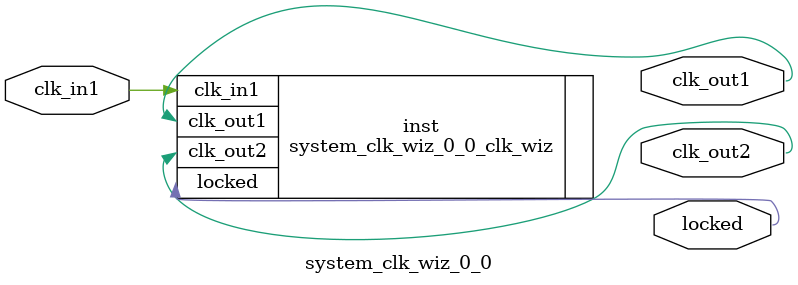
<source format=v>


`timescale 1ps/1ps

(* CORE_GENERATION_INFO = "system_clk_wiz_0_0,clk_wiz_v6_0_9_0_0,{component_name=system_clk_wiz_0_0,use_phase_alignment=true,use_min_o_jitter=false,use_max_i_jitter=false,use_dyn_phase_shift=false,use_inclk_switchover=false,use_dyn_reconfig=false,enable_axi=0,feedback_source=FDBK_AUTO,PRIMITIVE=MMCM,num_out_clk=2,clkin1_period=10.000,clkin2_period=10.000,use_power_down=false,use_reset=false,use_locked=true,use_inclk_stopped=false,feedback_type=SINGLE,CLOCK_MGR_TYPE=NA,manual_override=false}" *)

module system_clk_wiz_0_0 
 (
  // Clock out ports
  output        clk_out1,
  output        clk_out2,
  // Status and control signals
  output        locked,
 // Clock in ports
  input         clk_in1
 );

  system_clk_wiz_0_0_clk_wiz inst
  (
  // Clock out ports  
  .clk_out1(clk_out1),
  .clk_out2(clk_out2),
  // Status and control signals               
  .locked(locked),
 // Clock in ports
  .clk_in1(clk_in1)
  );

endmodule

</source>
